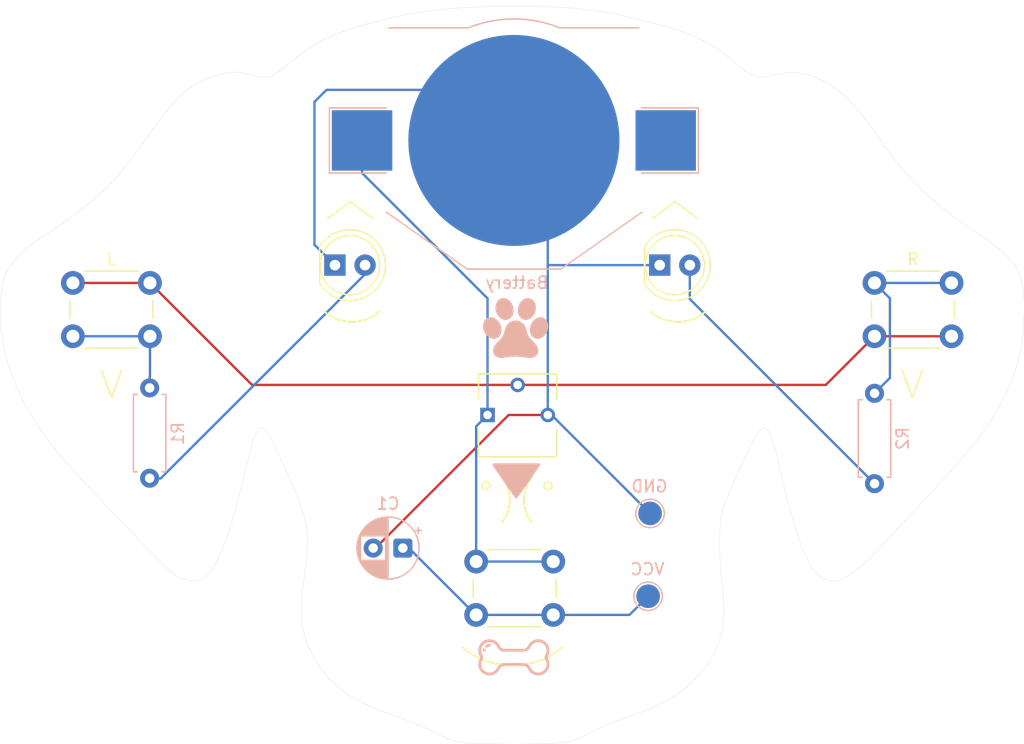
<source format=kicad_pcb>
(kicad_pcb (version 20241229) (generator "pcbnew") (generator_version "9.0")
  (title_block (title "DogFace PCB Art - Rainier"))
  (layers (0 "F.Cu" signal) (2 "B.Cu" signal) (13 "F.Paste" user) (15 "B.Paste" user) (5 "F.SilkS" user "F.Silkscreen") (7 "B.SilkS" user "B.Silkscreen") (1 "F.Mask" user) (3 "B.Mask" user) (25 "Edge.Cuts" user))
  (net 0 "")
  (net 1 "Net-(BT1-+)")
  (net 2 "Net-(BT1--)")
  (net 3 "Net-(M1-+)")
  (net 4 "Net-(D1-A)")
  (net 5 "Net-(D2-A)")
  (net 6 "Net-(R1-Pad2)")
  (net 7 "Net-(R2-Pad1)")
  (footprint "MountingHole:MountingHole_5.3mm_M5" (layer "F.Cu") (at 128.475301 85.166077)
    (property "Reference" "REF**" (hide yes))
    (property "Value" "MountingHole_5.3mm_M5" (hide yes))
    (pad "" np_thru_hole circle (at 0 0) (size 5.3 5.3) (drill 5.3) (layers "*.Cu" "*.Mask"))
  )
  (footprint "LED_THT:LED_D5.0mm" (layer "F.Cu") (at 164.237701 95.789277)
    (property "Reference" "^" (at 1.3 0.5 0) (layer "F.SilkS") (effects (font (size 10 10))))
    (property "Value" "LED")
    (pad "1" thru_hole rect (at 0 0) (size 1.8 1.8) (drill 0.9) (layers "*.Cu" "*.Mask") (net 2 "Net-(BT1--)"))
    (pad "2" thru_hole circle (at 2.54 0) (size 1.8 1.8) (drill 0.9) (layers "*.Cu" "*.Mask") (net 5 "Net-(D2-A)"))
  )
  (footprint "Button_Switch_THT:SW_PUSH_6mm_H9.5mm" (layer "F.Cu") (at 114.763301 97.289277)
    (property "Reference" "L" (at 3.25 -2 0) (layer "F.SilkS"))
    (property "Value" "SW_Push")
    (pad "1" thru_hole circle (at 0 0 90) (size 2 2) (drill 1.1) (layers "*.Cu" "*.Mask") (net 1 "Net-(BT1-+)"))
    (pad "1" thru_hole circle (at 6.5 0 90) (size 2 2) (drill 1.1) (layers "*.Cu" "*.Mask") (net 1 "Net-(BT1-+)"))
    (pad "2" thru_hole circle (at 0 4.5 90) (size 2 2) (drill 1.1) (layers "*.Cu" "*.Mask") (net 6 "Net-(R1-Pad2)"))
    (pad "2" thru_hole circle (at 6.5 4.5 90) (size 2 2) (drill 1.1) (layers "*.Cu" "*.Mask") (net 6 "Net-(R1-Pad2)"))
  )
  (footprint "Button_Switch_THT:SW_PUSH_6mm_H9.5mm" (layer "F.Cu") (at 182.347301 97.289277)
    (property "Reference" "R" (at 3.25 -2 0) (layer "F.SilkS"))
    (property "Value" "SW_Push")
    (pad "1" thru_hole circle (at 0 0 90) (size 2 2) (drill 1.1) (layers "*.Cu" "*.Mask") (net 7 "Net-(R2-Pad1)"))
    (pad "1" thru_hole circle (at 6.5 0 90) (size 2 2) (drill 1.1) (layers "*.Cu" "*.Mask") (net 7 "Net-(R2-Pad1)"))
    (pad "2" thru_hole circle (at 0 4.5 90) (size 2 2) (drill 1.1) (layers "*.Cu" "*.Mask") (net 1 "Net-(BT1-+)"))
    (pad "2" thru_hole circle (at 6.5 4.5 90) (size 2 2) (drill 1.1) (layers "*.Cu" "*.Mask") (net 1 "Net-(BT1-+)"))
  )
  (footprint "3362P-1-103:TRIM_3362P-1-103" (layer "F.Cu") (at 152.263301 108.432477)
    (property "Reference" "<>" (hide yes))
    (property "Value" "3362P-1-103")
    (pad "1" thru_hole rect (at -2.54 0) (size 1.222 1.222) (drill 0.714) (layers "*.Cu" "*.Mask") (net 1 "Net-(BT1-+)"))
    (pad "2" thru_hole circle (at 0 -2.54) (size 1.222 1.222) (drill 0.714) (layers "*.Cu" "*.Mask") (net 1 "Net-(BT1-+)"))
    (pad "3" thru_hole circle (at 2.54 0) (size 1.222 1.222) (drill 0.714) (layers "*.Cu" "*.Mask") (net 2 "Net-(BT1--)"))
  )
  (footprint "LED_THT:LED_D5.0mm" (layer "F.Cu") (at 136.856501 95.789277)
    (property "Reference" "^" (at 1.3 0.5 0) (layer "F.SilkS") (effects (font (size 10 10))))
    (property "Value" "LED")
    (pad "1" thru_hole rect (at 0 0) (size 1.8 1.8) (drill 0.9) (layers "*.Cu" "*.Mask") (net 2 "Net-(BT1--)"))
    (pad "2" thru_hole circle (at 2.54 0) (size 1.8 1.8) (drill 0.9) (layers "*.Cu" "*.Mask") (net 4 "Net-(D1-A)"))
  )
  (footprint "Button_Switch_THT:SW_PUSH_6mm_H9.5mm" (layer "F.Cu") (at 148.763301 120.797677)
    (property "Reference" "|\n\n" (hide yes))
    (property "Value" "SW_Push")
    (pad "1" thru_hole circle (at 0 0 90) (size 2 2) (drill 1.1) (layers "*.Cu" "*.Mask") (net 1 "Net-(BT1-+)"))
    (pad "1" thru_hole circle (at 6.5 0 90) (size 2 2) (drill 1.1) (layers "*.Cu" "*.Mask") (net 1 "Net-(BT1-+)"))
    (pad "2" thru_hole circle (at 0 4.5 90) (size 2 2) (drill 1.1) (layers "*.Cu" "*.Mask") (net 3 "Net-(M1-+)"))
    (pad "2" thru_hole circle (at 6.5 4.5 90) (size 2 2) (drill 1.1) (layers "*.Cu" "*.Mask") (net 3 "Net-(M1-+)"))
  )
  (footprint "TestPoint:TestPoint_Pad_D2.0mm" (layer "B.Cu") (at 163.426101 116.734877 180)
    (property "Reference" "GND" (at 0.0508 2.284 0) (layer "B.SilkS") (effects (justify mirror)))
    (property "Value" "Motor_DC")
    (pad "1" smd circle (at 0 0 180) (size 2 2) (layers "B.Cu" "B.Mask") (net 2 "Net-(BT1--)"))
  )
  (footprint "pawprint:Pawprint" (layer "B.Cu") (at 152.0952 101.092 180)
    (property "Reference" "G***" (hide yes))
    (property "Value" "LOGO" (hide yes))
  )
  (footprint "nose:nose" (layer "B.Cu") (at 152.146 114)
    (property "Reference" "G***" (hide yes))
    (property "Value" "LOGO" (hide yes))
  )
  (footprint "Battery:BatteryHolder_Keystone_3002_1x2032" (layer "B.Cu") (at 151.944901 85.267677 180)
    (property "Reference" "Battery" (at -0.254 -12 0) (layer "B.SilkS") (effects (justify mirror)))
    (property "Value" "Battery_Cell")
    (pad "1" smd rect (at -12.8 0 180) (size 5.1 5.1) (layers "B.Cu" "B.Mask" "B.Paste") (net 1 "Net-(BT1-+)"))
    (pad "1" smd rect (at 12.8 0 180) (size 5.1 5.1) (layers "B.Cu" "B.Mask" "B.Paste") (net 1 "Net-(BT1-+)"))
    (pad "2" smd circle (at 0 0 180) (size 17.8 17.8) (layers "B.Cu" "B.Mask") (net 2 "Net-(BT1--)"))
  )
  (footprint "Resistor_THT:R_Axial_DIN0207_L6.3mm_D2.5mm_P7.62mm_Horizontal" (layer "B.Cu") (at 182.348701 106.603677 -90)
    (property "Reference" "R2" (at 3.81 -2.37 90) (layer "B.SilkS") (effects (justify mirror)))
    (property "Value" "R")
    (pad "1" thru_hole circle (at 0 0 270) (size 1.6 1.6) (drill 0.8) (layers "*.Cu" "*.Mask") (net 7 "Net-(R2-Pad1)"))
    (pad "2" thru_hole circle (at 7.62 0 270) (size 1.6 1.6) (drill 0.8) (layers "*.Cu" "*.Mask") (net 5 "Net-(D2-A)"))
  )
  (footprint "TestPoint:TestPoint_Pad_D2.0mm" (layer "B.Cu") (at 163.263301 123.723277 180)
    (property "Reference" "VCC" (at 0.0508 2.284 0) (layer "B.SilkS") (effects (justify mirror)))
    (property "Value" "Motor_DC")
    (pad "1" smd circle (at 0 0 180) (size 2 2) (layers "B.Cu" "B.Mask") (net 3 "Net-(M1-+)"))
  )
  (footprint "Capacitor_THT:CP_Radial_D5.0mm_P2.50mm" (layer "B.Cu") (at 142.583614 119.659277 180)
    (property "Reference" "C1" (at 1.25 3.75 0) (layer "B.SilkS") (effects (justify mirror)))
    (property "Value" "C")
    (pad "1" thru_hole roundrect (at 0 0 180) (size 1.6 1.6) (drill 0.8) (layers "*.Cu" "*.Mask") (roundrect_rratio 0.15625) (net 3 "Net-(M1-+)"))
    (pad "2" thru_hole circle (at 2.5 0 180) (size 1.6 1.6) (drill 0.8) (layers "*.Cu" "*.Mask") (net 2 "Net-(BT1--)"))
  )
  (footprint "Resistor_THT:R_Axial_DIN0207_L6.3mm_D2.5mm_P7.62mm_Horizontal" (layer "B.Cu") (at 121.236301 113.766477 90)
    (property "Reference" "R1" (at 3.7628 2.37 90) (layer "B.SilkS") (effects (justify mirror)))
    (property "Value" "R")
    (pad "1" thru_hole circle (at 0 0 90) (size 1.6 1.6) (drill 0.8) (layers "*.Cu" "*.Mask") (net 4 "Net-(D1-A)"))
    (pad "2" thru_hole circle (at 7.62 0 90) (size 1.6 1.6) (drill 0.8) (layers "*.Cu" "*.Mask") (net 6 "Net-(R1-Pad2)"))
  )
  (footprint "bone:bone" (layer "B.Cu") (at 151.9428 128.8796 -90)
    (property "Reference" "G***" (hide yes))
    (property "Value" "LOGO" (hide yes))
  )
  (gr_curve (pts (xy 147.221672 136.00431) (xy 146.748351 135.911105) (xy 145.884733 135.562302) (xy 145.30252 135.229194)) (stroke (width 0.0225)) (layer "Edge.Cuts"))
  (gr_curve (pts (xy 141.865405 133.803385) (xy 137.961373 132.457218) (xy 136.048972 130.971762) (xy 134.77009 128.292106)) (stroke (width 0.0225)) (layer "Edge.Cuts"))
  (gr_curve (pts (xy 151.982256 73.932292) (xy 156.877342 73.941081) (xy 159.311612 74.233531) (xy 163.55059 75.322099)) (stroke (width 0.0225)) (layer "Edge.Cuts"))
  (gr_curve (pts (xy 123.239884 121.836354) (xy 122.474315 121.281778) (xy 115.239961 113.703216) (xy 113.679226 111.820803)) (stroke (width 0.0225)) (layer "Edge.Cuts"))
  (gr_curve (pts (xy 182.845673 85.247306) (xy 185.081801 88.473032) (xy 187.259063 90.584418) (xy 190.72493 92.88816)) (stroke (width 0.0225)) (layer "Edge.Cuts"))
  (gr_curve (pts (xy 125.942158 122.103177) (xy 125.227084 122.604034) (xy 124.153268 122.498005) (xy 123.239884 121.836354)) (stroke (width 0.0225)) (layer "Edge.Cuts"))
  (gr_curve (pts (xy 134.77009 128.292106) (xy 133.971809 126.619461) (xy 133.836271 124.9915) (xy 134.259677 122.161546)) (stroke (width 0.0225)) (layer "Edge.Cuts"))
  (gr_curve (pts (xy 193.163776 107.117601) (xy 191.979709 109.5401) (xy 190.528938 111.371397) (xy 185.79623 116.417601)) (stroke (width 0.0225)) (layer "Edge.Cuts"))
  (gr_curve (pts (xy 129.281363 113.1894) (xy 128.092659 118.345242) (xy 126.949103 121.397884) (xy 125.942158 122.103177)) (stroke (width 0.0225)) (layer "Edge.Cuts"))
  (gr_curve (pts (xy 161.482258 133.933258) (xy 160.272257 134.345665) (xy 158.86742 134.938282) (xy 158.360396 135.250186)) (stroke (width 0.0225)) (layer "Edge.Cuts"))
  (gr_curve (pts (xy 112.682257 93.070914) (xy 114.616904 91.910322) (xy 117.16811 89.831314) (xy 118.4695 88.354821)) (stroke (width 0.0225)) (layer "Edge.Cuts"))
  (gr_curve (pts (xy 121.089999 84.917601) (xy 123.525735 81.415249) (xy 124.810061 80.309627) (xy 127.134514 79.71413)) (stroke (width 0.0225)) (layer "Edge.Cuts"))
  (gr_curve (pts (xy 167.051822 130.887166) (xy 165.737589 132.201399) (xy 164.371626 132.948468) (xy 161.482258 133.933258)) (stroke (width 0.0225)) (layer "Edge.Cuts"))
  (gr_curve (pts (xy 118.4695 88.354821) (xy 119.069271 87.674349) (xy 120.248495 86.127601) (xy 121.089999 84.917601)) (stroke (width 0.0225)) (layer "Edge.Cuts"))
  (gr_curve (pts (xy 163.55059 75.322099) (xy 166.797758 76.155972) (xy 168.673009 77.037305) (xy 170.364926 78.524715)) (stroke (width 0.0225)) (layer "Edge.Cuts"))
  (gr_curve (pts (xy 113.679226 111.820803) (xy 110.89109 108.458013) (xy 109.294853 105.200701) (xy 108.763301 101.789277)) (stroke (width 0.0225)) (layer "Edge.Cuts"))
  (gr_curve (pts (xy 169.538237 123.183158) (xy 169.979981 126.402546) (xy 169.23826 128.700729) (xy 167.051822 130.887166)) (stroke (width 0.0225)) (layer "Edge.Cuts"))
  (gr_curve (pts (xy 109.018544 96.717601) (xy 109.346493 95.680887) (xy 110.886124 94.14841) (xy 112.682257 93.070914)) (stroke (width 0.0225)) (layer "Edge.Cuts"))
  (gr_curve (pts (xy 131.383796 79.917113) (xy 131.610868 79.845043) (xy 132.355914 79.312659) (xy 133.039456 78.734037)) (stroke (width 0.0225)) (layer "Edge.Cuts"))
  (gr_curve (pts (xy 127.134514 79.71413) (xy 128.27088 79.423006) (xy 128.480997 79.423694) (xy 129.672201 79.722437)) (stroke (width 0.0225)) (layer "Edge.Cuts"))
  (gr_curve (pts (xy 170.364926 78.524715) (xy 172.059095 80.014103) (xy 172.336961 80.105454) (xy 174.013363 79.724165)) (stroke (width 0.0225)) (layer "Edge.Cuts"))
  (gr_curve (pts (xy 190.72493 92.88816) (xy 194.661817 95.504985) (xy 195.123834 96.352203) (xy 194.927362 100.594304)) (stroke (width 0.0225)) (layer "Edge.Cuts"))
  (gr_curve (pts (xy 172.853749 109.556215) (xy 172.53017 109.680384) (xy 171.121247 112.501065) (xy 169.926 115.4176)) (stroke (width 0.0225)) (layer "Edge.Cuts"))
  (gr_curve (pts (xy 129.672201 79.722437) (xy 130.386508 79.901578) (xy 131.156726 79.989182) (xy 131.383796 79.917113)) (stroke (width 0.0225)) (layer "Edge.Cuts"))
  (gr_line (start 185.79623 116.417601) (end 182.297513 120.165711) (stroke (width 0.0225)) (layer "Edge.Cuts"))
  (gr_curve (pts (xy 169.296767 119.117601) (xy 169.288787 120.327601) (xy 169.397449 122.1571) (xy 169.538237 123.183158)) (stroke (width 0.0225)) (layer "Edge.Cuts"))
  (gr_curve (pts (xy 174.286994 112.617602) (xy 173.693783 110.074117) (xy 173.360312 109.361829) (xy 172.853749 109.556215)) (stroke (width 0.0225)) (layer "Edge.Cuts"))
  (gr_curve (pts (xy 145.30252 135.229194) (xy 144.720307 134.896086) (xy 143.173606 134.254472) (xy 141.865405 133.803385)) (stroke (width 0.0225)) (layer "Edge.Cuts"))
  (gr_curve (pts (xy 137.618667 76.05132) (xy 141.79628 74.576806) (xy 146.234983 73.921974) (xy 151.982256 73.932292)) (stroke (width 0.0225)) (layer "Edge.Cuts"))
  (gr_curve (pts (xy 131.043599 109.774884) (xy 130.427647 109.094265) (xy 130.062314 109.802133) (xy 129.281363 113.1894)) (stroke (width 0.0225)) (layer "Edge.Cuts"))
  (gr_curve (pts (xy 134.259677 122.161546) (xy 134.711297 119.143019) (xy 134.672217 118.244892) (xy 134.002333 116.247102)) (stroke (width 0.0225)) (layer "Edge.Cuts"))
  (gr_curve (pts (xy 108.763301 101.789277) (xy 108.512044 100.176741) (xy 108.623242 97.967232) (xy 109.018544 96.717601)) (stroke (width 0.0225)) (layer "Edge.Cuts"))
  (gr_curve (pts (xy 133.039456 78.734037) (xy 134.779336 77.261217) (xy 135.671331 76.738645) (xy 137.618667 76.05132)) (stroke (width 0.0225)) (layer "Edge.Cuts"))
  (gr_curve (pts (xy 178.874941 122.417601) (xy 177.071617 122.417601) (xy 176.077252 120.293605) (xy 174.286994 112.617602)) (stroke (width 0.0225)) (layer "Edge.Cuts"))
  (gr_curve (pts (xy 176.286444 79.61854) (xy 178.743106 80.169089) (xy 180.180373 81.402472) (xy 182.845673 85.247306)) (stroke (width 0.0225)) (layer "Edge.Cuts"))
  (gr_curve (pts (xy 158.360396 135.250186) (xy 157.853374 135.562089) (xy 156.96359 135.907353) (xy 156.383099 136.017441)) (stroke (width 0.0225)) (layer "Edge.Cuts"))
  (gr_curve (pts (xy 182.297513 120.165711) (xy 181.041958 121.527345) (xy 179.688887 122.417601) (xy 178.874941 122.417601)) (stroke (width 0.0225)) (layer "Edge.Cuts"))
  (gr_curve (pts (xy 194.927362 100.594304) (xy 194.807629 103.179507) (xy 194.459822 104.466006) (xy 193.163776 107.117601)) (stroke (width 0.0225)) (layer "Edge.Cuts"))
  (gr_curve (pts (xy 156.383099 136.017441) (xy 155.127386 136.255582) (xy 148.449087 136.246011) (xy 147.221672 136.004316)) (stroke (width 0.0225)) (layer "Edge.Cuts"))
  (gr_curve (pts (xy 174.013363 79.724165) (xy 175.058455 79.486464) (xy 175.587416 79.461884) (xy 176.286444 79.61854)) (stroke (width 0.0225)) (layer "Edge.Cuts"))
  (gr_curve (pts (xy 134.002333 116.247102) (xy 133.339949 114.271687) (xy 131.529926 110.312269) (xy 131.043599 109.774884)) (stroke (width 0.0225)) (layer "Edge.Cuts"))
  (gr_curve (pts (xy 169.926 115.4176) (xy 169.373036 116.766897) (xy 169.309818 117.138633) (xy 169.296767 119.117601)) (stroke (width 0.0225)) (layer "Edge.Cuts"))
  (gr_text ")" (at 166.016501 100.289277 270) (layer "F.SilkS") (effects (font (size 3 3))))
  (gr_text "°)(°" (at 152.198901 115.392077 0) (layer "F.SilkS") (effects (font (size 2.5 2.5))))
  (gr_text ">" (at 185.763301 105.789277 270) (layer "F.SilkS") (effects (font (size 3 3))))
  (gr_text ">" (at 118.263301 105.789277 270) (layer "F.SilkS") (effects (font (size 3 3))))
  (gr_text ")" (at 152.263301 129.057277 270) (layer "F.SilkS") (effects (font (size 5.5 5.5))))
  (gr_text ")" (at 138.533701 100.289277 270) (layer "F.SilkS") (effects (font (size 3 3))))
  (segment (start 129.866501 105.892477) (end 152.263301 105.892477) (width 0.2) (layer "F.Cu") (net 1))
  (segment (start 182.347301 101.789277) (end 182.311701 101.789277) (width 0.2) (layer "F.Cu") (net 1))
  (segment (start 182.347301 101.789277) (end 178.244101 105.892477) (width 0.2) (layer "F.Cu") (net 1))
  (segment (start 178.244101 105.892477) (end 152.263301 105.892477) (width 0.2) (layer "F.Cu") (net 1))
  (segment (start 121.263301 97.289277) (end 129.866501 105.892477) (width 0.2) (layer "F.Cu") (net 1))
  (segment (start 188.847301 101.789277) (end 182.347301 101.789277) (width 0.2) (layer "F.Cu") (net 1))
  (segment (start 114.763301 97.289277) (end 121.263301 97.289277) (width 0.2) (layer "F.Cu") (net 1))
  (segment (start 148.729301 120.797677) (end 148.729301 120.893677) (width 0.2) (layer "B.Cu") (net 1))
  (segment (start 155.327701 120.797677) (end 155.348501 120.776877) (width 0.2) (layer "B.Cu") (net 1))
  (segment (start 148.763301 120.797677) (end 148.763301 109.392477) (width 0.2) (layer "B.Cu") (net 1))
  (segment (start 155.229301 120.797677) (end 155.327701 120.797677) (width 0.2) (layer "B.Cu") (net 1))
  (segment (start 149.723301 98.596077) (end 139.144901 88.017677) (width 0.2) (layer "B.Cu") (net 1))
  (segment (start 149.723301 108.432477) (end 149.723301 98.596077) (width 0.2) (layer "B.Cu") (net 1))
  (segment (start 148.763301 109.392477) (end 149.723301 108.432477) (width 0.2) (layer "B.Cu") (net 1))
  (segment (start 148.729301 120.893677) (end 148.693701 120.929277) (width 0.2) (layer "B.Cu") (net 1))
  (segment (start 148.729301 120.797677) (end 155.229301 120.797677) (width 0.2) (layer "B.Cu") (net 1))
  (segment (start 139.144901 88.017677) (end 139.144901 85.267677) (width 0.2) (layer "B.Cu") (net 1))
  (segment (start 140.083614 119.659277) (end 140.272101 119.659277) (width 0.2) (layer "F.Cu") (net 2))
  (segment (start 140.272101 119.659277) (end 151.498901 108.432477) (width 0.2) (layer "F.Cu") (net 2))
  (segment (start 151.498901 108.432477) (end 154.803301 108.432477) (width 0.2) (layer "F.Cu") (net 2))
  (segment (start 154.803301 108.432477) (end 154.803301 95.783277) (width 0.2) (layer "B.Cu") (net 2))
  (segment (start 164.237701 95.789277) (end 154.809301 95.789277) (width 0.2) (layer "B.Cu") (net 2))
  (segment (start 135.130101 82.016477) (end 136.146101 81.000477) (width 0.2) (layer "B.Cu") (net 2))
  (segment (start 154.803301 88.126077) (end 151.944901 85.267677) (width 0.2) (layer "B.Cu") (net 2))
  (segment (start 163.426101 116.734877) (end 155.123701 108.432477) (width 0.2) (layer "B.Cu") (net 2))
  (segment (start 155.123701 108.432477) (end 154.803301 108.432477) (width 0.2) (layer "B.Cu") (net 2))
  (segment (start 140.083614 119.659277) (end 140.260901 119.659277) (width 0.2) (layer "B.Cu") (net 2))
  (segment (start 136.146101 81.000477) (end 147.677701 81.000477) (width 0.2) (layer "B.Cu") (net 2))
  (segment (start 140.260901 119.659277) (end 140.413301 119.811677) (width 0.2) (layer "B.Cu") (net 2))
  (segment (start 154.809301 95.789277) (end 154.803301 95.783277) (width 0.2) (layer "B.Cu") (net 2))
  (segment (start 154.803301 95.783277) (end 154.803301 88.126077) (width 0.2) (layer "B.Cu") (net 2))
  (segment (start 136.856501 95.789277) (end 135.130101 94.062877) (width 0.2) (layer "B.Cu") (net 2))
  (segment (start 147.677701 81.000477) (end 151.944901 85.267677) (width 0.2) (layer "B.Cu") (net 2))
  (segment (start 154.971301 108.280077) (end 154.992901 108.301677) (width 0.2) (layer "B.Cu") (net 2))
  (segment (start 135.130101 94.062877) (end 135.130101 82.016477) (width 0.2) (layer "B.Cu") (net 2))
  (segment (start 148.729301 125.297677) (end 155.229301 125.297677) (width 0.2) (layer "B.Cu") (net 3))
  (segment (start 142.583614 119.659277) (end 143.090901 119.659277) (width 0.2) (layer "B.Cu") (net 3))
  (segment (start 155.229301 125.297677) (end 161.688901 125.297677) (width 0.2) (layer "B.Cu") (net 3))
  (segment (start 161.688901 125.297677) (end 163.263301 123.723277) (width 0.2) (layer "B.Cu") (net 3))
  (segment (start 143.090901 119.659277) (end 148.729301 125.297677) (width 0.2) (layer "B.Cu") (net 3))
  (segment (start 122.159701 113.789277) (end 121.259101 113.789277) (width 0.2) (layer "B.Cu") (net 4))
  (segment (start 121.259101 113.789277) (end 121.236301 113.766477) (width 0.2) (layer "B.Cu") (net 4))
  (segment (start 122.159701 113.789277) (end 139.396501 96.552477) (width 0.2) (layer "B.Cu") (net 4))
  (segment (start 166.777701 95.789277) (end 166.777701 98.652677) (width 0.2) (layer "B.Cu") (net 5))
  (segment (start 166.777701 98.652677) (end 182.348701 114.223677) (width 0.2) (layer "B.Cu") (net 5))
  (segment (start 121.263301 105.179677) (end 121.263301 101.789277) (width 0.2) (layer "B.Cu") (net 6))
  (segment (start 121.236301 106.146477) (end 121.236301 105.206677) (width 0.2) (layer "B.Cu") (net 6))
  (segment (start 114.763301 101.789277) (end 121.263301 101.789277) (width 0.2) (layer "B.Cu") (net 6))
  (segment (start 121.236301 105.206677) (end 121.263301 105.179677) (width 0.2) (layer "B.Cu") (net 6))
  (segment (start 183.648301 98.590277) (end 183.648301 105.304077) (width 0.2) (layer "B.Cu") (net 7))
  (segment (start 182.347301 97.289277) (end 183.648301 98.590277) (width 0.2) (layer "B.Cu") (net 7))
  (segment (start 182.347301 97.289277) (end 188.847301 97.289277) (width 0.2) (layer "B.Cu") (net 7))
  (segment (start 183.648301 105.304077) (end 182.348701 106.603677) (width 0.2) (layer "B.Cu") (net 7))
)
</source>
